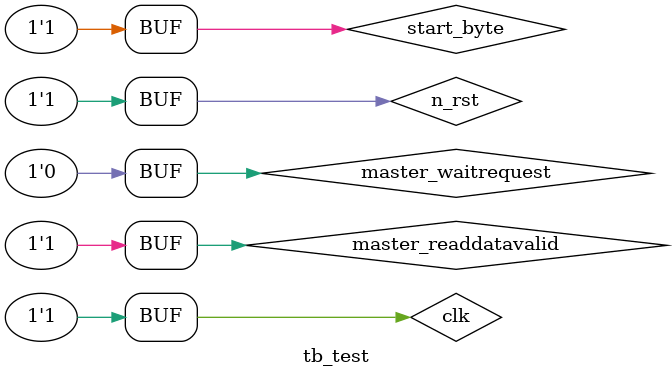
<source format=sv>
`timescale 1ns / 10ps

module tb_test();

localparam	CLK_PERIOD		= 2.5;

reg clk;
reg n_rst;


always
begin
	clk = 1'b0;
	#(CLK_PERIOD/2.0);
	clk = 1'b1;
	#(CLK_PERIOD/2.0);
end



reg start_byte;
reg stop_byte;

reg master_readdatavalid;
reg master_waitrequest;

test DUT(
	.clk(clk),
	.reset_n(n_rst),
	.stop_byte(stop_byte),
	.start_byte(start_byte),
	.master_readdatavalid(master_readdatavalid),
	.master_waitrequest(master_waitrequest)
);

initial
	begin
	n_rst = 1;
	#(CLK_PERIOD);
	n_rst = 0;
	#(CLK_PERIOD);
	n_rst = 1;
	
	#(CLK_PERIOD);
	start_byte = 1;
	#(4*CLK_PERIOD);
	master_readdatavalid = 1;
	master_waitrequest = 0;
	#(CLK_PERIOD*20);
	

end

endmodule


</source>
